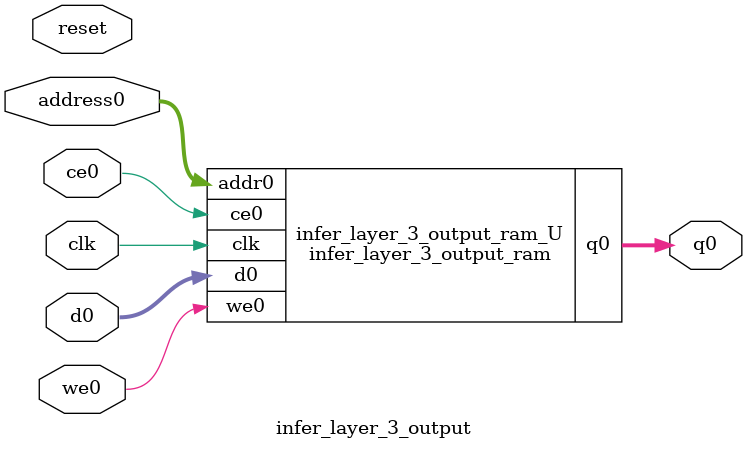
<source format=v>
`timescale 1 ns / 1 ps
module infer_layer_3_output_ram (addr0, ce0, d0, we0, q0,  clk);

parameter DWIDTH = 32;
parameter AWIDTH = 12;
parameter MEM_SIZE = 3872;

input[AWIDTH-1:0] addr0;
input ce0;
input[DWIDTH-1:0] d0;
input we0;
output reg[DWIDTH-1:0] q0;
input clk;

reg [DWIDTH-1:0] ram[0:MEM_SIZE-1];




always @(posedge clk)  
begin 
    if (ce0) begin
        if (we0) 
            ram[addr0] <= d0; 
        q0 <= ram[addr0];
    end
end


endmodule

`timescale 1 ns / 1 ps
module infer_layer_3_output(
    reset,
    clk,
    address0,
    ce0,
    we0,
    d0,
    q0);

parameter DataWidth = 32'd32;
parameter AddressRange = 32'd3872;
parameter AddressWidth = 32'd12;
input reset;
input clk;
input[AddressWidth - 1:0] address0;
input ce0;
input we0;
input[DataWidth - 1:0] d0;
output[DataWidth - 1:0] q0;



infer_layer_3_output_ram infer_layer_3_output_ram_U(
    .clk( clk ),
    .addr0( address0 ),
    .ce0( ce0 ),
    .we0( we0 ),
    .d0( d0 ),
    .q0( q0 ));

endmodule


</source>
